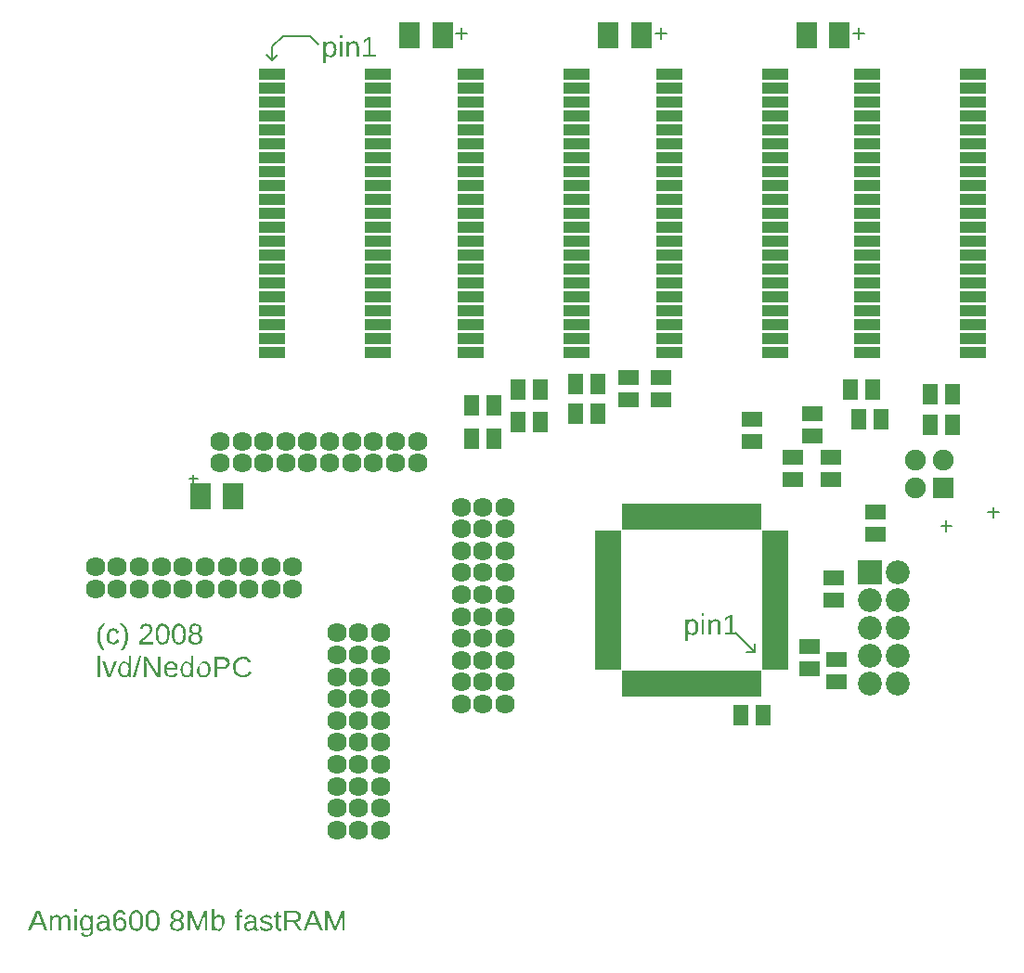
<source format=gts>
G04*
G04  File:            A600_8MB_2008.GTS, Sun Feb 10 20:54:04 2019*
G04  Source:          P-CAD 2006 PCB, Version 19.02.958, (Z:\home\lvd\d\boards\boards\a600_8mb_2008\release\pcad2006\a600_8mb_2008.pcb)*
G04  Format:          Gerber Format (RS-274-D), ASCII*
G04*
G04  Format Options:  Absolute Positioning*
G04                   Leading-Zero Suppression*
G04                   Scale Factor 1:1*
G04                   NO Circular Interpolation*
G04                   Millimeter Units*
G04                   Numeric Format: 4.4 (XXXX.XXXX)*
G04                   G54 NOT Used for Aperture Change*
G04                   Apertures Embedded*
G04*
G04  File Options:    Offset = (0.000mm,0.000mm)*
G04                   Drill Symbol Size = 2.032mm*
G04                   No Pad/Via Holes*
G04*
G04  File Contents:   Pads*
G04                   No Vias*
G04                   No Designators*
G04                   No Types*
G04                   No Values*
G04                   No Drill Symbols*
G04                   Top Mask*
G04*
%INA600_8MB_2008.GTS*%
%ICAS*%
%MOMM*%
G04*
G04  Aperture MACROs for general use --- invoked via D-code assignment *
G04*
G04  General MACRO for flashed round with rotation and/or offset hole *
%AMROTOFFROUND*
1,1,$1,0.0000,0.0000*
1,0,$2,$3,$4*%
G04*
G04  General MACRO for flashed oval (obround) with rotation and/or offset hole *
%AMROTOFFOVAL*
21,1,$1,$2,0.0000,0.0000,$3*
1,1,$4,$5,$6*
1,1,$4,0-$5,0-$6*
1,0,$7,$8,$9*%
G04*
G04  General MACRO for flashed oval (obround) with rotation and no hole *
%AMROTOVALNOHOLE*
21,1,$1,$2,0.0000,0.0000,$3*
1,1,$4,$5,$6*
1,1,$4,0-$5,0-$6*%
G04*
G04  General MACRO for flashed rectangle with rotation and/or offset hole *
%AMROTOFFRECT*
21,1,$1,$2,0.0000,0.0000,$3*
1,0,$4,$5,$6*%
G04*
G04  General MACRO for flashed rectangle with rotation and no hole *
%AMROTRECTNOHOLE*
21,1,$1,$2,0.0000,0.0000,$3*%
G04*
G04  General MACRO for flashed rounded-rectangle *
%AMROUNDRECT*
21,1,$1,$2-$4,0.0000,0.0000,$3*
21,1,$1-$4,$2,0.0000,0.0000,$3*
1,1,$4,$5,$6*
1,1,$4,$7,$8*
1,1,$4,0-$5,0-$6*
1,1,$4,0-$7,0-$8*
1,0,$9,$10,$11*%
G04*
G04  General MACRO for flashed rounded-rectangle with rotation and no hole *
%AMROUNDRECTNOHOLE*
21,1,$1,$2-$4,0.0000,0.0000,$3*
21,1,$1-$4,$2,0.0000,0.0000,$3*
1,1,$4,$5,$6*
1,1,$4,$7,$8*
1,1,$4,0-$5,0-$6*
1,1,$4,0-$7,0-$8*%
G04*
G04  General MACRO for flashed regular polygon *
%AMREGPOLY*
5,1,$1,0.0000,0.0000,$2,$3+$4*
1,0,$5,$6,$7*%
G04*
G04  General MACRO for flashed regular polygon with no hole *
%AMREGPOLYNOHOLE*
5,1,$1,0.0000,0.0000,$2,$3+$4*%
G04*
G04  General MACRO for target *
%AMTARGET*
6,0,0,$1,$2,$3,4,$4,$5,$6*%
G04*
G04  General MACRO for mounting hole *
%AMMTHOLE*
1,1,$1,0,0*
1,0,$2,0,0*
$1=$1-$2*
$1=$1/2*
21,1,$2+$1,$3,0,0,$4*
21,1,$3,$2+$1,0,0,$4*%
G04*
G04*
G04  D10 : "Ellipse X0.254mm Y0.254mm H0.000mm 0.0deg (0.000mm,0.000mm) Draw"*
G04  Disc: OuterDia=0.2540*
%ADD10C, 0.2540*%
G04  D11 : "Ellipse X2.540mm Y2.540mm H0.000mm 0.0deg (0.000mm,0.000mm) Draw"*
G04  Disc: OuterDia=2.5400*
%ADD11C, 2.5400*%
G04  D12 : "Ellipse X0.305mm Y0.305mm H0.000mm 0.0deg (0.000mm,0.000mm) Draw"*
G04  Disc: OuterDia=0.3048*
%ADD12C, 0.3048*%
G04  D13 : "Ellipse X0.500mm Y0.500mm H0.000mm 0.0deg (0.000mm,0.000mm) Draw"*
G04  Disc: OuterDia=0.5000*
%ADD13C, 0.5000*%
G04  D14 : "Ellipse X0.508mm Y0.508mm H0.000mm 0.0deg (0.000mm,0.000mm) Draw"*
G04  Disc: OuterDia=0.5080*
%ADD14C, 0.5080*%
G04  D15 : "Ellipse X0.600mm Y0.600mm H0.000mm 0.0deg (0.000mm,0.000mm) Draw"*
G04  Disc: OuterDia=0.6000*
%ADD15C, 0.6000*%
G04  D16 : "Ellipse X0.635mm Y0.635mm H0.000mm 0.0deg (0.000mm,0.000mm) Draw"*
G04  Disc: OuterDia=0.6350*
%ADD16C, 0.6350*%
G04  D17 : "Ellipse X0.650mm Y0.650mm H0.000mm 0.0deg (0.000mm,0.000mm) Draw"*
G04  Disc: OuterDia=0.6500*
%ADD17C, 0.6500*%
G04  D18 : "Ellipse X0.100mm Y0.100mm H0.000mm 0.0deg (0.000mm,0.000mm) Draw"*
G04  Disc: OuterDia=0.1000*
%ADD18C, 0.1000*%
G04  D19 : "Ellipse X1.000mm Y1.000mm H0.000mm 0.0deg (0.000mm,0.000mm) Draw"*
G04  Disc: OuterDia=1.0000*
%ADD19C, 1.0000*%
G04  D20 : "Ellipse X0.102mm Y0.102mm H0.000mm 0.0deg (0.000mm,0.000mm) Draw"*
G04  Disc: OuterDia=0.1016*
%ADD20C, 0.1016*%
G04  D21 : "Ellipse X0.127mm Y0.127mm H0.000mm 0.0deg (0.000mm,0.000mm) Draw"*
G04  Disc: OuterDia=0.1270*
%ADD21C, 0.1270*%
G04  D22 : "Ellipse X0.150mm Y0.150mm H0.000mm 0.0deg (0.000mm,0.000mm) Draw"*
G04  Disc: OuterDia=0.1500*
%ADD22C, 0.1500*%
G04  D23 : "Ellipse X1.270mm Y1.270mm H0.000mm 0.0deg (0.000mm,0.000mm) Draw"*
G04  Disc: OuterDia=1.2700*
%ADD23C, 1.2700*%
G04  D24 : "Ellipse X1.500mm Y1.500mm H0.000mm 0.0deg (0.000mm,0.000mm) Draw"*
G04  Disc: OuterDia=1.5000*
%ADD24C, 1.5000*%
G04  D25 : "Ellipse X0.200mm Y0.200mm H0.000mm 0.0deg (0.000mm,0.000mm) Draw"*
G04  Disc: OuterDia=0.2000*
%ADD25C, 0.2000*%
G04  D26 : "Ellipse X0.250mm Y0.250mm H0.000mm 0.0deg (0.000mm,0.000mm) Draw"*
G04  Disc: OuterDia=0.2500*
%ADD26C, 0.2500*%
G04  D27 : "Ellipse X0.250mm Y0.250mm H0.000mm 0.0deg (0.000mm,0.000mm) Draw"*
G04  Disc: OuterDia=0.2500*
%ADD27C, 0.2500*%
G04  D28 : "Ellipse X2.300mm Y2.300mm H0.000mm 0.0deg (0.000mm,0.000mm) Draw"*
G04  Disc: OuterDia=2.3000*
%ADD28C, 2.3000*%
G04  D29 : "Ellipse X1.400mm Y1.400mm H0.000mm 0.0deg (0.000mm,0.000mm) Flash"*
G04  Disc: OuterDia=1.4000*
%ADD29C, 1.4000*%
G04  D30 : "Ellipse X1.524mm Y1.524mm H0.000mm 0.0deg (0.000mm,0.000mm) Flash"*
G04  Disc: OuterDia=1.5240*
%ADD30C, 1.5240*%
G04  D31 : "Ellipse X1.781mm Y1.781mm H0.000mm 0.0deg (0.000mm,0.000mm) Flash"*
G04  Disc: OuterDia=1.7810*
%ADD31C, 1.7810*%
G04  D32 : "Ellipse X1.800mm Y1.800mm H0.000mm 0.0deg (0.000mm,0.000mm) Flash"*
G04  Disc: OuterDia=1.8000*
%ADD32C, 1.8000*%
G04  D33 : "Ellipse X1.905mm Y1.905mm H0.000mm 0.0deg (0.000mm,0.000mm) Flash"*
G04  Disc: OuterDia=1.9050*
%ADD33C, 1.9050*%
G04  D34 : "Ellipse X2.181mm Y2.181mm H0.000mm 0.0deg (0.000mm,0.000mm) Flash"*
G04  Disc: OuterDia=2.1810*
%ADD34C, 2.1810*%
G04  D35 : "Rectangle X2.581mm Y1.031mm H0.000mm 0.0deg (0.000mm,0.000mm) Flash"*
G04  Rectangular: DimX=2.5810, DimY=1.0310, Rotation=0.0, OffsetX=0.0000, OffsetY=0.0000, HoleDia=0.0000 *
%ADD35R, 2.5810 X1.0310*%
G04  D36 : "Rectangle X1.031mm Y2.581mm H0.000mm 0.0deg (0.000mm,0.000mm) Flash"*
G04  Rectangular: DimX=1.0310, DimY=2.5810, Rotation=0.0, OffsetX=0.0000, OffsetY=0.0000, HoleDia=0.0000 *
%ADD36R, 1.0310 X2.5810*%
G04  D37 : "Rectangle X3.800mm Y2.000mm H0.000mm 0.0deg (0.000mm,0.000mm) Flash"*
G04  Rectangular: DimX=3.8000, DimY=2.0000, Rotation=0.0, OffsetX=0.0000, OffsetY=0.0000, HoleDia=0.0000 *
%ADD37R, 3.8000 X2.0000*%
G04  D38 : "Rectangle X4.181mm Y2.381mm H0.000mm 0.0deg (0.000mm,0.000mm) Flash"*
G04  Rectangular: DimX=4.1810, DimY=2.3810, Rotation=0.0, OffsetX=0.0000, OffsetY=0.0000, HoleDia=0.0000 *
%ADD38R, 4.1810 X2.3810*%
G04  D39 : "Rectangle X1.016mm Y1.524mm H0.000mm 0.0deg (0.000mm,0.000mm) Flash"*
G04  Rectangular: DimX=1.0160, DimY=1.5240, Rotation=0.0, OffsetX=0.0000, OffsetY=0.0000, HoleDia=0.0000 *
%ADD39R, 1.0160 X1.5240*%
G04  D40 : "Rectangle X1.524mm Y1.016mm H0.000mm 0.0deg (0.000mm,0.000mm) Flash"*
G04  Rectangular: DimX=1.5240, DimY=1.0160, Rotation=0.0, OffsetX=0.0000, OffsetY=0.0000, HoleDia=0.0000 *
%ADD40R, 1.5240 X1.0160*%
G04  D41 : "Rectangle X1.397mm Y1.905mm H0.000mm 0.0deg (0.000mm,0.000mm) Flash"*
G04  Rectangular: DimX=1.3970, DimY=1.9050, Rotation=0.0, OffsetX=0.0000, OffsetY=0.0000, HoleDia=0.0000 *
%ADD41R, 1.3970 X1.9050*%
G04  D42 : "Rectangle X1.905mm Y1.397mm H0.000mm 0.0deg (0.000mm,0.000mm) Flash"*
G04  Rectangular: DimX=1.9050, DimY=1.3970, Rotation=0.0, OffsetX=0.0000, OffsetY=0.0000, HoleDia=0.0000 *
%ADD42R, 1.9050 X1.3970*%
G04  D43 : "Rectangle X1.500mm Y2.000mm H0.000mm 0.0deg (0.000mm,0.000mm) Flash"*
G04  Rectangular: DimX=1.5000, DimY=2.0000, Rotation=0.0, OffsetX=0.0000, OffsetY=0.0000, HoleDia=0.0000 *
%ADD43R, 1.5000 X2.0000*%
G04  D44 : "Rectangle X2.000mm Y1.500mm H0.000mm 0.0deg (0.000mm,0.000mm) Flash"*
G04  Rectangular: DimX=2.0000, DimY=1.5000, Rotation=0.0, OffsetX=0.0000, OffsetY=0.0000, HoleDia=0.0000 *
%ADD44R, 2.0000 X1.5000*%
G04  D45 : "Rectangle X1.524mm Y1.524mm H0.000mm 0.0deg (0.000mm,0.000mm) Flash"*
G04  Square: Side=1.5240, Rotation=0.0, OffsetX=0.0000, OffsetY=0.0000, HoleDia=0.0000*
%ADD45R, 1.5240 X1.5240*%
G04  D46 : "Rectangle X1.800mm Y1.800mm H0.000mm 0.0deg (0.000mm,0.000mm) Flash"*
G04  Square: Side=1.8000, Rotation=0.0, OffsetX=0.0000, OffsetY=0.0000, HoleDia=0.0000*
%ADD46R, 1.8000 X1.8000*%
G04  D47 : "Rectangle X1.881mm Y2.381mm H0.000mm 0.0deg (0.000mm,0.000mm) Flash"*
G04  Rectangular: DimX=1.8810, DimY=2.3810, Rotation=0.0, OffsetX=0.0000, OffsetY=0.0000, HoleDia=0.0000 *
%ADD47R, 1.8810 X2.3810*%
G04  D48 : "Rectangle X2.381mm Y1.881mm H0.000mm 0.0deg (0.000mm,0.000mm) Flash"*
G04  Rectangular: DimX=2.3810, DimY=1.8810, Rotation=0.0, OffsetX=0.0000, OffsetY=0.0000, HoleDia=0.0000 *
%ADD48R, 2.3810 X1.8810*%
G04  D49 : "Rectangle X1.905mm Y1.905mm H0.000mm 0.0deg (0.000mm,0.000mm) Flash"*
G04  Square: Side=1.9050, Rotation=0.0, OffsetX=0.0000, OffsetY=0.0000, HoleDia=0.0000*
%ADD49R, 1.9050 X1.9050*%
G04  D50 : "Rectangle X2.000mm Y0.300mm H0.000mm 0.0deg (0.000mm,0.000mm) Flash"*
G04  Rectangular: DimX=2.0000, DimY=0.3000, Rotation=0.0, OffsetX=0.0000, OffsetY=0.0000, HoleDia=0.0000 *
%ADD50R, 2.0000 X0.3000*%
G04  D51 : "Rectangle X0.300mm Y2.000mm H0.000mm 0.0deg (0.000mm,0.000mm) Flash"*
G04  Rectangular: DimX=0.3000, DimY=2.0000, Rotation=0.0, OffsetX=0.0000, OffsetY=0.0000, HoleDia=0.0000 *
%ADD51R, 0.3000 X2.0000*%
G04  D52 : "Rectangle X2.032mm Y0.660mm H0.000mm 0.0deg (0.000mm,0.000mm) Flash"*
G04  Rectangular: DimX=2.0320, DimY=0.6604, Rotation=0.0, OffsetX=0.0000, OffsetY=0.0000, HoleDia=0.0000 *
%ADD52R, 2.0320 X0.6604*%
G04  D53 : "Rectangle X2.181mm Y2.181mm H0.000mm 0.0deg (0.000mm,0.000mm) Flash"*
G04  Square: Side=2.1810, Rotation=0.0, OffsetX=0.0000, OffsetY=0.0000, HoleDia=0.0000*
%ADD53R, 2.1810 X2.1810*%
G04  D54 : "Rectangle X2.200mm Y0.650mm H0.000mm 0.0deg (0.000mm,0.000mm) Flash"*
G04  Rectangular: DimX=2.2000, DimY=0.6500, Rotation=0.0, OffsetX=0.0000, OffsetY=0.0000, HoleDia=0.0000 *
%ADD54R, 2.2000 X0.6500*%
G04  D55 : "Rectangle X0.650mm Y2.200mm H0.000mm 0.0deg (0.000mm,0.000mm) Flash"*
G04  Rectangular: DimX=0.6500, DimY=2.2000, Rotation=0.0, OffsetX=0.0000, OffsetY=0.0000, HoleDia=0.0000 *
%ADD55R, 0.6500 X2.2000*%
G04  D56 : "Rectangle X2.381mm Y0.681mm H0.000mm 0.0deg (0.000mm,0.000mm) Flash"*
G04  Rectangular: DimX=2.3810, DimY=0.6810, Rotation=0.0, OffsetX=0.0000, OffsetY=0.0000, HoleDia=0.0000 *
%ADD56R, 2.3810 X0.6810*%
G04  D57 : "Rectangle X0.681mm Y2.381mm H0.000mm 0.0deg (0.000mm,0.000mm) Flash"*
G04  Rectangular: DimX=0.6810, DimY=2.3810, Rotation=0.0, OffsetX=0.0000, OffsetY=0.0000, HoleDia=0.0000 *
%ADD57R, 0.6810 X2.3810*%
G04  D58 : "Rectangle X2.413mm Y1.041mm H0.000mm 0.0deg (0.000mm,0.000mm) Flash"*
G04  Rectangular: DimX=2.4130, DimY=1.0414, Rotation=0.0, OffsetX=0.0000, OffsetY=0.0000, HoleDia=0.0000 *
%ADD58R, 2.4130 X1.0414*%
G04  D59 : "Ellipse X1.000mm Y1.000mm H0.000mm 0.0deg (0.000mm,0.000mm) Flash"*
G04  Disc: OuterDia=1.0000*
%ADD59C, 1.0000*%
G04  D60 : "Ellipse X1.381mm Y1.381mm H0.000mm 0.0deg (0.000mm,0.000mm) Flash"*
G04  Disc: OuterDia=1.3810*
%ADD60C, 1.3810*%
G04*
%FSLAX44Y44*%
%SFA1B1*%
%OFA0.000B0.000*%
G04*
G71*
G90*
G01*
D2*
%LNTop Mask*%
D25*
X645750Y799250*
Y791750D1*
X642000Y795500D2*
X649500D1*
X717500Y1177500D2*
X712500Y1182500D1*
X717500Y1177500D2*
X722500Y1182500D1*
X717500Y1190000D2*
Y1177500D1*
X727500Y1200000D2*
X717500Y1190000D1*
X752500Y1200000D2*
X727500D1*
X760000Y1192500D2*
X752500Y1200000D1*
X890000Y1207500D2*
Y1197500D1*
X885000Y1202500D2*
X895000D1*
X1072500Y1207500D2*
Y1197500D1*
X1157500Y637500D2*
Y645000D1*
Y637500D2*
X1150000D1*
X1252500Y1207500D2*
Y1197500D1*
X1247500Y1202500D2*
X1257500D1*
X1332500Y757500D2*
Y747500D1*
X1327500Y752500D2*
X1337500D1*
X1375000Y770000D2*
Y760000D1*
D2*
D10*
D25*
X1140000Y655000*
X1157500Y637500D1*
X1067500Y1202500D2*
X1077500D1*
X1370000Y765000D2*
X1380000D1*
D2*
D10*
D41*
X962500Y877500D3*
X942180D3*
D42*
X1042500Y867500D3*
Y887820D3*
X1192500Y795000D3*
Y815320D3*
D41*
X1245000Y877500D3*
X1265320D3*
X1317500Y872500D3*
X1337820D3*
X962500Y847500D3*
X942180D3*
X1252500Y850000D3*
X1272820D3*
D42*
X1267500Y765000D3*
Y744680D3*
D41*
X1317500Y845000D3*
X1337820D3*
D31*
X796500Y655000D3*
Y635000D3*
Y615000D3*
Y575000D3*
Y555000D3*
Y535000D3*
Y495000D3*
Y475000D3*
Y595000D3*
Y515000D3*
X776500Y655000D3*
Y635000D3*
Y615000D3*
Y575000D3*
Y555000D3*
Y535000D3*
Y495000D3*
Y475000D3*
Y595000D3*
Y515000D3*
X816500Y655000D3*
Y635000D3*
Y615000D3*
Y575000D3*
Y555000D3*
Y535000D3*
Y495000D3*
Y475000D3*
Y595000D3*
Y515000D3*
X890000Y770000D3*
Y750000D3*
Y730000D3*
Y690000D3*
Y670000D3*
Y650000D3*
Y610000D3*
Y590000D3*
Y710000D3*
Y630000D3*
X930000Y770000D3*
Y750000D3*
Y730000D3*
Y690000D3*
Y670000D3*
Y650000D3*
Y610000D3*
Y590000D3*
Y710000D3*
Y630000D3*
X670000Y810000D3*
X690000D3*
X710000D3*
X750000D3*
X770000D3*
X790000D3*
X830000D3*
X850000D3*
X730000D3*
X810000D3*
D41*
X920000Y862500D3*
X899680D3*
D47*
X873125Y1200150D3*
X843125D3*
D41*
X1145000Y580000D3*
X1165320D3*
D42*
X1207500Y642500D3*
Y622180D3*
X1227500Y795000D3*
Y815320D3*
D41*
X1015000Y882500D3*
X994680D3*
D42*
X1072500Y867500D3*
Y887820D3*
D47*
X1054100Y1200150D3*
X1024100D3*
X1235075D3*
X1205075D3*
D31*
X670000Y830000D3*
X690000D3*
X710000D3*
X750000D3*
X770000D3*
X790000D3*
X830000D3*
X850000D3*
X730000D3*
X810000D3*
D41*
X920000Y832500D3*
X899680D3*
D42*
X1232500Y610000D3*
Y630320D3*
D41*
X1015000Y855000D3*
X994680D3*
D42*
X1155000Y830000D3*
Y850320D3*
X1210000Y835000D3*
Y855320D3*
X1230000Y705000D3*
Y684680D3*
D49*
X1330000Y787500D3*
D33*
X1304600D3*
Y812900D3*
X1330000D3*
D58*
X717550Y923925D3*
Y911225D3*
Y1000125D3*
Y987425D3*
Y974725D3*
Y962025D3*
Y949325D3*
Y1025525D3*
Y1038225D3*
Y1050925D3*
Y1063625D3*
Y1076325D3*
Y1127125D3*
Y1139825D3*
Y1152525D3*
Y1101725D3*
Y1114425D3*
X814070Y923925D3*
Y911225D3*
Y949325D3*
Y962025D3*
Y974725D3*
Y987425D3*
Y1000125D3*
Y1025525D3*
Y1038225D3*
Y1050925D3*
Y1063625D3*
Y1076325D3*
Y1101725D3*
Y1114425D3*
Y1127125D3*
Y1139825D3*
Y1152525D3*
X717550Y1089025D3*
Y1012825D3*
Y936625D3*
Y1165225D3*
X814070Y936625D3*
Y1012825D3*
Y1089025D3*
Y1165225D3*
D31*
X910000Y770000D3*
Y750000D3*
Y730000D3*
Y690000D3*
Y670000D3*
Y650000D3*
Y610000D3*
Y590000D3*
Y710000D3*
Y630000D3*
D58*
X1079500Y923925D3*
Y911225D3*
Y1000125D3*
Y987425D3*
Y974725D3*
Y962025D3*
Y949325D3*
Y1025525D3*
Y1038225D3*
Y1050925D3*
Y1063625D3*
Y1076325D3*
Y1127125D3*
Y1139825D3*
Y1152525D3*
Y1101725D3*
Y1114425D3*
X1176020Y923925D3*
Y911225D3*
Y949325D3*
Y962025D3*
Y974725D3*
Y987425D3*
Y1000125D3*
Y1025525D3*
Y1038225D3*
Y1050925D3*
Y1063625D3*
Y1076325D3*
Y1101725D3*
Y1114425D3*
Y1127125D3*
Y1139825D3*
Y1152525D3*
X1079500Y1089025D3*
Y1012825D3*
Y936625D3*
Y1165225D3*
X1176020Y936625D3*
Y1012825D3*
Y1089025D3*
Y1165225D3*
D31*
X556500Y715000D3*
X576500D3*
X596500D3*
X636500D3*
X656500D3*
X676500D3*
X716500D3*
X736500D3*
X616500D3*
X696500D3*
D47*
X652000Y780000D3*
X682000D3*
D31*
X556500Y695000D3*
X576500D3*
X596500D3*
X636500D3*
X656500D3*
X676500D3*
X716500D3*
X736500D3*
X616500D3*
X696500D3*
D58*
X898525Y923925D3*
Y911225D3*
Y1000125D3*
Y987425D3*
Y974725D3*
Y962025D3*
Y949325D3*
Y1025525D3*
Y1038225D3*
Y1050925D3*
Y1063625D3*
Y1076325D3*
Y1127125D3*
Y1139825D3*
Y1152525D3*
Y1101725D3*
Y1114425D3*
X995045Y923925D3*
Y911225D3*
Y949325D3*
Y962025D3*
Y974725D3*
Y987425D3*
Y1000125D3*
Y1025525D3*
Y1038225D3*
Y1050925D3*
Y1063625D3*
Y1076325D3*
Y1101725D3*
Y1114425D3*
Y1127125D3*
Y1139825D3*
Y1152525D3*
X898525Y1089025D3*
Y1012825D3*
Y936625D3*
Y1165225D3*
X995045Y936625D3*
Y1012825D3*
Y1089025D3*
Y1165225D3*
X1260475Y923925D3*
Y911225D3*
Y1000125D3*
Y987425D3*
Y974725D3*
Y962025D3*
Y949325D3*
Y1025525D3*
Y1038225D3*
Y1050925D3*
Y1063625D3*
Y1076325D3*
Y1127125D3*
Y1139825D3*
Y1152525D3*
Y1101725D3*
Y1114425D3*
X1356995Y923925D3*
Y911225D3*
Y949325D3*
Y962025D3*
Y974725D3*
Y987425D3*
Y1000125D3*
Y1025525D3*
Y1038225D3*
Y1050925D3*
Y1063625D3*
Y1076325D3*
Y1101725D3*
Y1114425D3*
Y1127125D3*
Y1139825D3*
Y1152525D3*
X1260475Y1089025D3*
Y1012825D3*
Y936625D3*
Y1165225D3*
X1356995Y936625D3*
Y1012825D3*
Y1089025D3*
Y1165225D3*
D53*
X1262500Y710000D3*
D34*
X1287900D3*
Y684600D3*
X1262500D3*
X1287900Y659200D3*
X1262500D3*
X1287900Y633800D3*
X1262500D3*
Y608400D3*
X1287900D3*
D56*
X1176250Y625000D3*
Y630000D3*
Y635000D3*
Y640000D3*
Y645000D3*
Y650000D3*
Y654999D3*
Y659999D3*
Y664999D3*
Y669999D3*
Y674999D3*
Y679999D3*
Y684999D3*
Y689999D3*
Y695000D3*
Y700000D3*
Y705000D3*
Y710000D3*
Y715000D3*
Y720000D3*
Y725000D3*
Y730000D3*
Y735000D3*
Y740000D3*
Y745000D3*
D57*
X1160250Y761000D3*
X1155250D3*
X1150250D3*
X1145250D3*
X1140250D3*
X1135250D3*
X1130250D3*
X1125250D3*
X1120250D3*
X1115250D3*
X1110250D3*
X1105249D3*
X1100249D3*
X1095249D3*
X1090249D3*
X1085249D3*
X1080249D3*
X1075249D3*
X1070250D3*
X1065250D3*
X1060250D3*
X1055250D3*
X1050250D3*
X1045250D3*
X1040250D3*
D56*
X1024250Y745000D3*
Y740000D3*
Y735000D3*
Y730000D3*
Y725000D3*
Y720000D3*
Y715000D3*
Y710000D3*
Y705000D3*
Y700000D3*
Y695000D3*
Y689999D3*
Y684999D3*
Y679999D3*
Y674999D3*
Y669999D3*
Y664999D3*
Y659999D3*
Y654999D3*
Y650000D3*
Y645000D3*
Y640000D3*
Y635000D3*
Y630000D3*
Y625000D3*
D57*
X1040250Y609000D3*
X1045250D3*
X1050250D3*
X1055250D3*
X1060250D3*
X1065250D3*
X1070250D3*
X1075249D3*
X1080249D3*
X1085249D3*
X1090249D3*
X1095249D3*
X1100249D3*
X1105249D3*
X1110250D3*
X1115250D3*
X1120250D3*
X1125250D3*
X1130250D3*
X1135250D3*
X1140250D3*
X1145250D3*
X1150250D3*
X1155250D3*
X1160250D3*
%LNTop Mask_POS_GLYPHS*%
%LPD*%
G36*
X776326Y1187844*
X776193Y1185954D1*
X776059Y1184867*
X775549Y1183345*
X775172Y1182510*
X774209Y1181498*
X773556Y1180979*
X772068Y1180569*
X771077Y1180432*
X769358Y1180718*
X768404Y1181003*
X767244Y1182088*
X766655Y1182887*
X766582*
X766600Y1182765*
X766606Y1182656*
X766612Y1182343*
X766618Y1182133*
X766634Y1181702*
X766643Y1181429*
X766652Y1180967*
X766655Y1180700*
Y1175135*
X764298*
Y1191975*
X764292Y1192594*
X764286Y1192959*
X764270Y1193509*
X764261Y1193822*
X764246Y1194253*
X764237Y1194490*
X764216Y1194760*
X764201Y1194891*
X766485*
X766509Y1194733*
X766521Y1194599*
X766542Y1194253*
X766558Y1194028*
X766582Y1193588*
X766594Y1193311*
X766603Y1192850*
X766606Y1192582*
X766679*
X767129Y1193336*
X767420Y1193749*
X768007Y1194265*
X768380Y1194538*
X769115Y1194839*
X769583Y1194988*
X770497Y1195097*
X771077Y1195134*
X772687Y1194866*
X773556Y1194599*
X774613Y1193724*
X775172Y1193117*
X775770Y1191732*
X776059Y1190820*
X776259Y1188995*
X776326Y1187844*
G37*
G36*
X779242Y1197904D2*
Y1200164D1*
X781599*
Y1197904*
X779242*
G37*
G36*
Y1180700D2*
Y1194891D1*
X781599*
Y1180700*
X779242*
G37*
G36*
X794260D2*
Y1189691D1*
X794181Y1190820*
X794102Y1191428*
X793813Y1192160*
X793604Y1192546*
X793069Y1192956*
X792704Y1193153*
X791872Y1193290*
X791319Y1193336*
X790347Y1193184*
X789801Y1193032*
X789056Y1192525*
X788646Y1192169*
X788154Y1191343*
X787905Y1190796*
X787714Y1189651*
X787650Y1188913*
Y1180700*
X785293*
Y1191853*
X785287Y1192430*
X785281Y1192789*
X785266Y1193381*
X785256Y1193724*
X785241Y1194210*
X785232Y1194478*
X785211Y1194763*
X785196Y1194891*
X787431*
X787444Y1194690*
X787456Y1194526*
X787480Y1194119*
X787492Y1193858*
X787507Y1193387*
X787516Y1193105*
X787526Y1192689*
X787529Y1192461*
X787577*
X788033Y1193165*
X788318Y1193566*
X788892Y1194116*
X789266Y1194417*
X790022Y1194778*
X790505Y1194964*
X791486Y1195109*
X792121Y1195158*
X793440Y1195012*
X794162Y1194866*
X795074Y1194344*
X795560Y1193967*
X796103Y1193038*
X796374Y1192412*
X796574Y1191045*
X796641Y1190152*
Y1180700*
X794260*
G37*
G36*
X800408D2*
Y1182716D1*
X805122*
Y1196908*
X800942Y1193943*
Y1196154*
X805316Y1199168*
X807503*
Y1182716*
X811999*
Y1180700*
X800408*
G37*
G36*
X1106326Y660344D2*
X1106193Y658454D1*
X1106059Y657367*
X1105549Y655845*
X1105172Y655010*
X1104209Y653998*
X1103556Y653479*
X1102068Y653069*
X1101077Y652932*
X1099358Y653218*
X1098404Y653503*
X1097244Y654588*
X1096655Y655387*
X1096582*
X1096600Y655265*
X1096606Y655156*
X1096612Y654843*
X1096618Y654633*
X1096634Y654202*
X1096643Y653929*
X1096652Y653467*
X1096655Y653200*
Y647635*
X1094298*
Y664475*
X1094292Y665094*
X1094286Y665459*
X1094270Y666009*
X1094261Y666322*
X1094246Y666753*
X1094237Y666990*
X1094216Y667260*
X1094201Y667391*
X1096485*
X1096509Y667233*
X1096521Y667099*
X1096542Y666753*
X1096558Y666528*
X1096582Y666088*
X1096594Y665811*
X1096603Y665350*
X1096606Y665082*
X1096679*
X1097129Y665836*
X1097420Y666249*
X1098007Y666765*
X1098380Y667038*
X1099115Y667339*
X1099583Y667488*
X1100497Y667597*
X1101077Y667634*
X1102687Y667366*
X1103556Y667099*
X1104613Y666224*
X1105172Y665617*
X1105770Y664232*
X1106059Y663320*
X1106259Y661495*
X1106326Y660344*
G37*
G36*
X1109242Y670404D2*
Y672664D1*
X1111599*
Y670404*
X1109242*
G37*
G36*
Y653200D2*
Y667391D1*
X1111599*
Y653200*
X1109242*
G37*
G36*
X1124260D2*
Y662191D1*
X1124181Y663320*
X1124102Y663928*
X1123813Y664660*
X1123604Y665046*
X1123069Y665456*
X1122704Y665653*
X1121872Y665790*
X1121319Y665836*
X1120347Y665684*
X1119801Y665532*
X1119056Y665025*
X1118646Y664669*
X1118154Y663843*
X1117905Y663296*
X1117714Y662151*
X1117650Y661413*
Y653200*
X1115293*
Y664353*
X1115287Y664930*
X1115281Y665289*
X1115266Y665881*
X1115256Y666224*
X1115241Y666710*
X1115232Y666978*
X1115211Y667263*
X1115196Y667391*
X1117431*
X1117444Y667190*
X1117456Y667026*
X1117480Y666619*
X1117492Y666358*
X1117507Y665887*
X1117516Y665605*
X1117526Y665189*
X1117529Y664961*
X1117577*
X1118033Y665665*
X1118318Y666066*
X1118892Y666616*
X1119266Y666917*
X1120022Y667278*
X1120505Y667464*
X1121486Y667609*
X1122121Y667658*
X1123440Y667512*
X1124162Y667366*
X1125074Y666844*
X1125560Y666467*
X1126103Y665538*
X1126374Y664912*
X1126574Y663545*
X1126641Y662652*
Y653200*
X1124260*
G37*
G36*
X1130408D2*
Y655216D1*
X1135122*
Y669408*
X1130942Y666443*
Y668654*
X1135316Y671668*
X1137503*
Y655216*
X1141999*
Y653200*
X1130408*
G37*
G36*
X510284Y383200D2*
X508170Y388618D1*
X499762*
X497624Y383200*
X495048*
X502581Y401668*
X505424*
X512860Y383200*
X510284*
G37*
G36*
X522993D2*
Y392191D1*
X522926Y393320*
X522859Y393928*
X522601Y394660*
X522410Y395046*
X521924Y395456*
X521596Y395653*
X520870Y395790*
X520393Y395836*
X519524Y395684*
X519032Y395532*
X518364Y395025*
X517999Y394669*
X517571Y393843*
X517356Y393296*
X517192Y392151*
X517137Y391413*
Y383200*
X514780*
Y394353*
X514774Y394930*
X514768Y395289*
X514752Y395881*
X514743Y396224*
X514728Y396710*
X514719Y396978*
X514698Y397263*
X514683Y397391*
X516918*
X516942Y397190*
X516955Y397026*
X516976Y396619*
X516991Y396358*
X517015Y395887*
X517027Y395605*
X517037Y395189*
X517040Y394961*
X517064*
X517483Y395665*
X517744Y396066*
X518267Y396616*
X518607Y396917*
X519297Y397278*
X519737Y397464*
X520636Y397609*
X521219Y397658*
X522890Y397336*
X523759Y397014*
X524643Y395826*
X525059Y394961*
X525107*
X525539Y395665*
X525812Y396066*
X526365Y396616*
X526723Y396917*
X527443Y397278*
X527902Y397464*
X528819Y397609*
X529408Y397658*
X530599Y397512*
X531255Y397366*
X532087Y396844*
X532531Y396467*
X533026Y395538*
X533272Y394912*
X533454Y393545*
X533515Y392652*
Y383200*
X531182*
Y392191*
X531115Y393320*
X531049Y393928*
X530790Y394660*
X530599Y395046*
X530113Y395456*
X529785Y395653*
X529059Y395790*
X528582Y395836*
X527713Y395690*
X527221Y395544*
X526553Y395052*
X526189Y394706*
X525760Y393882*
X525545Y393333*
X525381Y392166*
X525326Y391413*
Y383200*
X522993*
G37*
G36*
X537063Y400404D2*
Y402664D1*
X539420*
Y400404*
X537063*
G37*
G36*
Y383200D2*
Y397391D1*
X539420*
Y383200*
X537063*
G37*
G36*
X548411Y377635D2*
X547026Y377762D1*
X546248Y377890*
X545203Y378312*
X544632Y378607*
X543918Y379275*
X543539Y379712*
X543135Y380596*
X542943Y381158*
X545325Y381499*
X545896Y380484*
X546358Y379968*
X547624Y379567*
X548484Y379433*
X549413Y379548*
X549942Y379664*
X550665Y380080*
X551060Y380381*
X551533Y381140*
X551776Y381656*
X551968Y382808*
X552032Y383564*
Y385848*
X551983*
X551606Y385186*
X551351Y384803*
X550780Y384244*
X550404Y383929*
X549614Y383528*
X549103Y383321*
X548074Y383157*
X547415Y383102*
X545926Y383327*
X545106Y383552*
X544073Y384339*
X543527Y384901*
X542931Y386249*
X542640Y387148*
X542430Y389047*
X542360Y390271*
X542500Y392227*
X542640Y393333*
X543165Y394827*
X543551Y395641*
X544535Y396607*
X545203Y397099*
X546698Y397482*
X547682Y397609*
X549371Y397263*
X550306Y396917*
X551448Y395766*
X552032Y394961*
X552056*
X552062Y395404*
X552068Y395690*
X552089Y396176*
X552105Y396455*
X552135Y396853*
X552153Y397075*
X552184Y397300*
X552202Y397391*
X554462*
X554437Y397154*
X554425Y396978*
X554410Y396565*
X554401Y396297*
X554392Y395769*
X554389Y395435*
Y394824*
Y394450*
Y383613*
X553654Y380636*
X552919Y379141*
X550297Y378012*
X548411Y377635*
G37*
G36*
X561606Y382932D2*
X559467Y383491D1*
X558398Y384050*
X557596Y385873*
X557329Y387136*
X557590Y388643*
X557851Y389445*
X558675Y390374*
X559237Y390854*
X560430Y391334*
X561193Y391559*
X562584Y391717*
X563428Y391777*
X566636Y391850*
Y392604*
X566539Y393588*
X566442Y394122*
X566107Y394775*
X565870Y395119*
X565302Y395492*
X564923Y395678*
X564106Y395814*
X563574Y395860*
X562790Y395805*
X562347Y395750*
X561730Y395541*
X561387Y395386*
X560956Y394976*
X560731Y394693*
X560512Y394037*
X560415Y393600*
X557961Y393819*
X558234Y394791*
X558447Y395350*
X559060Y396133*
X559492Y396565*
X560506Y397093*
X561181Y397366*
X562654Y397585*
X563623Y397658*
X566308Y397044*
X567657Y396431*
X568677Y394344*
X569017Y392871*
Y386747*
X569151Y385702*
X569285Y385180*
X569874Y384788*
X570330Y384658*
X570573Y384670*
X570718Y384682*
X570961Y384712*
X571107Y384730*
Y383272*
X570542Y383187*
X570208Y383139*
X569637Y383093*
X569285Y383078*
X568537Y383163*
X568130Y383248*
X567623Y383558*
X567353Y383783*
X567046Y384317*
X566891Y384670*
X566760Y385414*
X566709Y385897*
X566636*
X566120Y385113*
X565798Y384670*
X565157Y384065*
X564741Y383734*
X563902Y383339*
X563368Y383139*
X562295Y382984*
X561606Y382932*
G37*
G36*
X584910Y389226D2*
X584715Y387604D1*
X584521Y386674*
X583846Y385387*
X583366Y384682*
X582234Y383831*
X581483Y383394*
X579916Y383048*
X578907Y382932*
X577097Y383236*
X576089Y383540*
X574776Y384579*
X574072Y385314*
X573276Y387033*
X572881Y388169*
X572589Y390505*
X572492Y391996*
X572717Y394785*
X572942Y396334*
X573704Y398354*
X574242Y399444*
X575493Y400699*
X576319Y401327*
X578017Y401801*
X579102Y401959*
X580226Y401856*
X580876Y401753*
X581836Y401379*
X582382Y401109*
X583148Y400422*
X583573Y399954*
X584114Y398894*
X584399Y398193*
X582139Y397780*
X581447Y398940*
X580949Y399505*
X579813Y399906*
X579078Y400039*
X577954Y399809*
X577316Y399578*
X576450Y398776*
X575979Y398205*
X575423Y396835*
X575141Y395921*
X574922Y393967*
X574849Y392701*
X575906Y393910*
X576648Y394523*
X578276Y394997*
X579321Y395155*
X580785Y394949*
X581617Y394742*
X582756Y394049*
X583379Y393563*
X584126Y392443*
X584509Y391705*
X584809Y390192*
X584910Y389226*
G37*
G36*
X599976Y392434D2*
X599720Y389524D1*
X599465Y387950*
X598645Y386027*
X598080Y385010*
X596835Y383925*
X596027Y383406*
X594475Y383051*
X593512Y382932*
X591908Y383169*
X590985Y383406*
X589678Y384320*
X588955Y384998*
X588066Y386747*
X587607Y387938*
X587242Y390641*
X587121Y392434*
X587364Y395447*
X587607Y397063*
X588403Y398979*
X588955Y399979*
X590198Y401014*
X591009Y401510*
X592594Y401847*
X593585Y401959*
X595152Y401734*
X596063Y401510*
X597369Y400632*
X598092Y399979*
X598994Y398250*
X599465Y397063*
X599848Y394289*
X599976Y392434*
G37*
G36*
X614920D2*
X614665Y389524D1*
X614410Y387950*
X613590Y386027*
X613025Y385010*
X611779Y383925*
X610971Y383406*
X609419Y383051*
X608456Y382932*
X606852Y383169*
X605929Y383406*
X604623Y384320*
X603900Y384998*
X603010Y386747*
X602551Y387938*
X602187Y390641*
X602065Y392434*
X602308Y395447*
X602551Y397063*
X603347Y398979*
X603900Y399979*
X605142Y401014*
X605953Y401510*
X607539Y401847*
X608529Y401959*
X610097Y401734*
X611008Y401510*
X612314Y400632*
X613037Y399979*
X613939Y398250*
X614410Y397063*
X614792Y394289*
X614920Y392434*
G37*
G36*
X637203Y388351D2*
X637015Y386960D1*
X636826Y386164*
X636161Y385058*
X635684Y384451*
X634509Y383713*
X633716Y383333*
X632000Y383032*
X630885Y382932*
X629075Y383133*
X628078Y383333*
X626800Y383992*
X626110Y384451*
X625336Y385487*
X624956Y386164*
X624683Y387495*
X624591Y388327*
X624743Y389469*
X624895Y390113*
X625384Y390991*
X625721Y391474*
X626441Y392078*
X626900Y392397*
X627744Y392722*
X628261Y392871*
Y392920*
X627386Y393254*
X626888Y393503*
X626217Y394098*
X625855Y394487*
X625442Y395261*
X625235Y395750*
X625080Y396659*
X625029Y397221*
X625211Y398375*
X625393Y399043*
X626037Y400009*
X626499Y400550*
X627596Y401230*
X628321Y401582*
X629849Y401865*
X630837Y401959*
X632519Y401765*
X633449Y401570*
X634643Y400957*
X635283Y400538*
X636012Y399623*
X636377Y399031*
X636650Y397898*
X636741Y397196*
X636632Y396267*
X636523Y395726*
X636152Y394921*
X635891Y394463*
X635271Y393834*
X634858Y393491*
X634005Y393117*
X633461Y392944*
Y392895*
X634403Y392616*
X634943Y392409*
X635703Y391869*
X636122Y391498*
X636641Y390675*
X636912Y390137*
X637130Y389047*
X637203Y388351*
G37*
G36*
X656279Y383200D2*
Y395520D1*
X656285Y396358*
X656291Y396868*
X656312Y397679*
X656327Y398144*
X656358Y398952*
X656376Y399432*
X656151Y398612*
X656011Y398120*
X655780Y397379*
X655635Y396917*
X655383Y396179*
X655234Y395763*
X650471Y383200*
X648697*
X643886Y395763*
X643770Y396042*
X643703Y396224*
X643591Y396571*
X643521Y396783*
X643400Y397160*
X643327Y397391*
X643217Y397773*
X643157Y397998*
X642877Y398891*
X642719Y399432*
X642731Y398521*
X642744Y397974*
X642774Y397184*
X642792Y396698*
X642810Y395942*
X642816Y395520*
Y383200*
X640581*
Y401668*
X643861*
X648770Y388861*
X648910Y388454*
X649001Y388181*
X649156Y387653*
X649244Y387331*
X649374Y386808*
X649450Y386504*
X649548Y386116*
X649596Y385921*
X649681Y386267*
X649742Y386516*
X649888Y387030*
X649985Y387343*
X650155Y387868*
X650252Y388181*
X650404Y388625*
X650495Y388861*
X655307Y401668*
X658539*
Y383200*
X656279*
G37*
G36*
X674552Y390344D2*
X671928Y384785D1*
X669303Y382932*
X667548Y383224*
X666606Y383515*
X665476Y384597*
X664881Y385387*
X664832*
X664826Y384949*
X664820Y384682*
X664799Y384251*
X664784Y384001*
X664759Y383655*
X664747Y383467*
X664726Y383279*
X664711Y383200*
X662427*
X662451Y383418*
X662463Y383588*
X662478Y384001*
X662487Y384269*
X662502Y384797*
X662512Y385131*
X662521Y385742*
X662524Y386116*
Y402664*
X664881*
Y397099*
X664875Y396625*
X664869Y396346*
X664847Y395939*
X664832Y395714*
X664820Y395331*
X664808Y395107*
X664881*
X665914Y396425*
X666618Y397063*
X668231Y397509*
X669303Y397658*
X671964Y396747*
X673276Y395836*
X674233Y392634*
X674552Y390344*
G37*
G36*
X687869Y395665D2*
Y383200D1*
X685512*
Y395665*
X683495*
Y397391*
X685512*
Y398970*
X685578Y399888*
X685645Y400416*
X685940Y401160*
X686168Y401570*
X686793Y402081*
X687225Y402348*
X688260Y402567*
X688962Y402640*
X689497Y402615*
X689825Y402591*
X690344Y402518*
X690639Y402469*
Y400671*
X690311Y400726*
X690104Y400756*
X689764Y400784*
X689570Y400793*
X689017Y400720*
X688719Y400647*
X688367Y400398*
X688185Y400222*
X688008Y399818*
X687929Y399553*
X687884Y399007*
X687869Y398654*
Y397391*
X690639*
Y395665*
X687869*
G37*
G36*
X696009Y382932D2*
X693871Y383491D1*
X692802Y384050*
X692000Y385873*
X691732Y387136*
X691994Y388643*
X692255Y389445*
X693078Y390374*
X693640Y390854*
X694834Y391334*
X695596Y391559*
X696987Y391717*
X697832Y391777*
X701039Y391850*
Y392604*
X700942Y393588*
X700845Y394122*
X700511Y394775*
X700274Y395119*
X699706Y395492*
X699326Y395678*
X698509Y395814*
X697977Y395860*
X697194Y395805*
X696750Y395750*
X696134Y395541*
X695790Y395386*
X695359Y394976*
X695134Y394693*
X694916Y394037*
X694818Y393600*
X692364Y393819*
X692638Y394791*
X692850Y395350*
X693464Y396133*
X693895Y396565*
X694910Y397093*
X695584Y397366*
X697057Y397585*
X698026Y397658*
X700711Y397044*
X702060Y396431*
X703080Y394344*
X703421Y392871*
Y386747*
X703554Y385702*
X703688Y385180*
X704277Y384788*
X704733Y384658*
X704976Y384670*
X705122Y384682*
X705365Y384712*
X705510Y384730*
Y383272*
X704945Y383187*
X704611Y383139*
X704040Y383093*
X703688Y383078*
X702941Y383163*
X702534Y383248*
X702026Y383558*
X701756Y383783*
X701449Y384317*
X701294Y384670*
X701164Y385414*
X701112Y385897*
X701039*
X700523Y385113*
X700201Y384670*
X699560Y384065*
X699144Y383734*
X698305Y383339*
X697771Y383139*
X696699Y382984*
X696009Y382932*
G37*
G36*
X718001Y387112D2*
X717806Y385970D1*
X717612Y385326*
X716950Y384472*
X716482Y384014*
X715391Y383482*
X714672Y383212*
X713189Y383002*
X712242Y382932*
X710814Y383023*
X710006Y383114*
X708888Y383464*
X708268Y383722*
X707457Y384387*
X707017Y384840*
X706525Y385857*
X706288Y386529*
X708378Y386942*
X709070Y385806*
X709617Y385253*
X711166Y384861*
X712242Y384730*
X713128Y384779*
X713639Y384828*
X714347Y385028*
X714732Y385180*
X715203Y385584*
X715449Y385860*
X715650Y386495*
X715716Y386917*
X715565Y387616*
X715413Y387987*
X714911Y388430*
X714562Y388667*
X713769Y388971*
X713250Y389141*
X712214Y389417*
X711561Y389590*
X710504Y389894*
X709872Y390089*
X708903Y390523*
X708354Y390818*
X707637Y391489*
X707260Y391935*
X706950Y392947*
X706847Y393624*
X707540Y395593*
X708232Y396589*
X710595Y397354*
X712266Y397609*
X714708Y397190*
X715984Y396771*
X717217Y395231*
X717758Y394110*
X715644Y393867*
X715394Y394457*
X715206Y394778*
X714744Y395176*
X714441Y395386*
X713824Y395614*
X713432Y395726*
X712709Y395808*
X712266Y395836*
X710668Y395586*
X709884Y395337*
X709319Y394478*
X709131Y393867*
X709271Y393242*
X709411Y392907*
X709869Y392497*
X710188Y392276*
X710920Y391987*
X711403Y391826*
X712366Y391583*
X712971Y391437*
X713687Y391243*
X714125Y391121*
X714851Y390878*
X715279Y390720*
X715941Y390395*
X716324Y390186*
X716877Y389745*
X717187Y389457*
X717578Y388846*
X717782Y388448*
X717946Y387634*
X718001Y387112*
G37*
G36*
X726238Y383272D2*
X725540Y383139D1*
X725121Y383066*
X724337Y383002*
X723833Y382981*
X721719Y384585*
X721014Y386188*
Y395665*
X719361*
Y397391*
X721087*
X721791Y400574*
X723371*
Y397391*
X725971*
Y395665*
X723371*
Y386699*
X723535Y385727*
X723699Y385265*
X724358Y384955*
X724853Y384852*
X725272Y384876*
X725521Y384901*
X725962Y384973*
X726238Y385022*
Y383272*
G37*
G36*
X741693Y383200D2*
X736882Y390878D1*
X731147*
Y383200*
X728644*
Y401668*
X737319*
X739111Y401485*
X740114Y401303*
X741438Y400689*
X742155Y400258*
X742993Y399256*
X743418Y398594*
X743747Y397236*
X743856Y396370*
X743722Y395289*
X743589Y394645*
X743115Y393655*
X742774Y393090*
X741939Y392306*
X741377Y391875*
X740144Y391383*
X739336Y391146*
X744585Y383200*
X741693*
G37*
G36*
X761109D2*
X758995Y388618D1*
X750587*
X748449Y383200*
X745873*
X753406Y401668*
X756249*
X763685Y383200*
X761109*
G37*
G36*
X781642D2*
Y395520D1*
X781648Y396358*
X781654Y396868*
X781676Y397679*
X781691Y398144*
X781721Y398952*
X781740Y399432*
X781515Y398612*
X781375Y398120*
X781144Y397379*
X780998Y396917*
X780746Y396179*
X780597Y395763*
X775835Y383200*
X774061*
X769249Y395763*
X769134Y396042*
X769067Y396224*
X768955Y396571*
X768885Y396783*
X768763Y397160*
X768690Y397391*
X768581Y397773*
X768520Y397998*
X768241Y398891*
X768083Y399432*
X768095Y398521*
X768107Y397974*
X768138Y397184*
X768156Y396698*
X768174Y395942*
X768180Y395520*
Y383200*
X765945*
Y401668*
X769225*
X774134Y388861*
X774273Y388454*
X774364Y388181*
X774519Y387653*
X774607Y387331*
X774738Y386808*
X774814Y386504*
X774911Y386116*
X774960Y385921*
X775045Y386267*
X775106Y386516*
X775251Y387030*
X775349Y387343*
X775519Y387868*
X775616Y388181*
X775768Y388625*
X775859Y388861*
X780670Y401668*
X783902*
Y383200*
X781642*
G37*
G36*
X558176Y651674D2*
X558310Y653873D1*
X558444Y655161*
X558942Y657175*
X559306Y658356*
X560208Y660227*
X560813Y661333*
X562140Y663110*
X563012Y664164*
X565296*
X563917Y662402*
X563158Y661333*
X562198Y659477*
X561688Y658344*
X561120Y656354*
X560837Y655136*
X560628Y652977*
X560558Y651649*
X560697Y649432*
X560837Y648138*
X561332Y646124*
X561688Y644943*
X562565Y643071*
X563158Y641966*
X564452Y640189*
X565296Y639135*
X563012*
X561590Y640897*
X560813Y641966*
X559832Y643810*
X559306Y644930*
X558726Y646902*
X558444Y648114*
X558243Y650273*
X558176Y651601*
Y651674*
G37*
G36*
X569038Y651844D2*
X569123Y650422D1*
X569208Y649608*
X569549Y648472*
X569804Y647846*
X570463Y647090*
X570909Y646704*
X571930Y646404*
X572610Y646303*
X573977Y646637*
X574712Y646972*
X575451Y648190*
X575769Y649074*
X578151Y648903*
X577859Y647840*
X577628Y647215*
X576994Y646294*
X576559Y645781*
X575572Y645134*
X574919Y644797*
X573558Y644523*
X572683Y644432*
X570843Y644712*
X569840Y644991*
X568601Y645908*
X567945Y646546*
X567240Y647962*
X566900Y648879*
X566663Y650671*
X566584Y651795*
X566699Y653417*
X566815Y654322*
X567201Y655556*
X567471Y656242*
X568075Y657141*
X568467Y657627*
X569236Y658210*
X569719Y658514*
X570600Y658839*
X571140Y659000*
X572085Y659119*
X572659Y659158*
X574014Y658994*
X574773Y658830*
X575806Y658298*
X576377Y657931*
X577094Y657114*
X577470Y656582*
X577877Y655550*
X578078Y654906*
X575648Y654735*
X575126Y655963*
X574700Y656607*
X573455Y657135*
X572586Y657311*
X571487Y657141*
X570897Y656971*
X570183Y656376*
X569804Y655950*
X569400Y654930*
X569208Y654249*
X569081Y652791*
X569038Y651844*
G37*
G36*
X586170Y651601D2*
X586030Y649402D1*
X585890Y648114*
X585383Y646106*
X585016Y644930*
X584113Y643068*
X583509Y641966*
X582182Y640189*
X581310Y639135*
X579026*
X580405Y640897*
X581164Y641966*
X582124Y643816*
X582634Y644943*
X583208Y646923*
X583497Y648138*
X583716Y650310*
X583788Y651649*
X583643Y653848*
X583497Y655136*
X582993Y657156*
X582634Y658344*
X581756Y660224*
X581164Y661333*
X579870Y663110*
X579026Y664164*
X581310*
X582731Y662402*
X583509Y661333*
X584490Y659483*
X585016Y658356*
X585602Y656376*
X585890Y655161*
X586100Y653001*
X586170Y651674*
Y651601*
G37*
G36*
X596643Y644700D2*
Y646352D1*
X597615Y648102*
X598259Y649074*
X599514Y650422*
X600288Y651188*
X601613Y652305*
X602402Y652949*
X603605Y653967*
X604285Y654577*
X605175Y655638*
X605646Y656291*
X606038Y657524*
X606169Y658308*
X606047Y659188*
X605926Y659680*
X605519Y660334*
X605233Y660689*
X604586Y661102*
X604164Y661309*
X603310Y661464*
X602767Y661515*
X601928Y661412*
X601442Y661309*
X600735Y660959*
X600337Y660713*
X599814Y660130*
X599535Y659741*
X599261Y658915*
X599146Y658380*
X596740Y658599*
X597032Y659790*
X597275Y660482*
X597986Y661476*
X598478Y662025*
X599586Y662712*
X600312Y663070*
X601819Y663362*
X602791Y663459*
X604352Y663295*
X605233Y663131*
X606415Y662563*
X607056Y662159*
X607812Y661202*
X608198Y660567*
X608499Y659237*
X608599Y658380*
X608429Y657269*
X608259Y656619*
X607724Y655607*
X607359Y655015*
X606576Y654088*
X606072Y653545*
X605124Y652676*
X604541Y652160*
X603532Y651321*
X602925Y650823*
X601956Y649997*
X601394Y649499*
X600571Y648651*
X600106Y648138*
X599520Y647254*
X599219Y646716*
X608866*
Y644700*
X596643*
G37*
G36*
X624126Y653934D2*
X623871Y651024D1*
X623616Y649450*
X622796Y647527*
X622231Y646510*
X620986Y645425*
X620178Y644906*
X618626Y644551*
X617663Y644432*
X616059Y644669*
X615135Y644906*
X613829Y645820*
X613106Y646498*
X612216Y648247*
X611758Y649438*
X611393Y652141*
X611272Y653934*
X611515Y656947*
X611758Y658563*
X612554Y660479*
X613106Y661479*
X614349Y662514*
X615160Y663010*
X616745Y663347*
X617736Y663459*
X619303Y663234*
X620214Y663010*
X621520Y662132*
X622243Y661479*
X623145Y659750*
X623616Y658563*
X623999Y655789*
X624126Y653934*
G37*
G36*
X639071D2*
X638816Y651024D1*
X638561Y649450*
X637741Y647527*
X637176Y646510*
X635930Y645425*
X635122Y644906*
X633570Y644551*
X632607Y644432*
X631003Y644669*
X630080Y644906*
X628774Y645820*
X628051Y646498*
X627161Y648247*
X626702Y649438*
X626338Y652141*
X626216Y653934*
X626459Y656947*
X626702Y658563*
X627498Y660479*
X628051Y661479*
X629293Y662514*
X630104Y663010*
X631690Y663347*
X632680Y663459*
X634247Y663234*
X635159Y663010*
X636465Y662132*
X637188Y661479*
X638090Y659750*
X638561Y658563*
X638943Y655789*
X639071Y653934*
G37*
G36*
X653894Y649851D2*
X653706Y648460D1*
X653517Y647664*
X652852Y646558*
X652375Y645951*
X651200Y645213*
X650407Y644833*
X648691Y644532*
X647576Y644432*
X645766Y644633*
X644769Y644833*
X643490Y645492*
X642801Y645951*
X642026Y646987*
X641647Y647664*
X641373Y648995*
X641282Y649827*
X641434Y650969*
X641586Y651613*
X642075Y652491*
X642412Y652974*
X643132Y653578*
X643591Y653897*
X644435Y654222*
X644952Y654371*
Y654420*
X644077Y654754*
X643579Y655003*
X642907Y655598*
X642546Y655987*
X642133Y656761*
X641926Y657250*
X641771Y658159*
X641720Y658721*
X641902Y659875*
X642084Y660543*
X642728Y661509*
X643190Y662050*
X644286Y662730*
X645012Y663082*
X646540Y663365*
X647527Y663459*
X649210Y663265*
X650140Y663070*
X651333Y662457*
X651974Y662038*
X652703Y661123*
X653068Y660531*
X653341Y659398*
X653432Y658696*
X653323Y657767*
X653214Y657226*
X652843Y656421*
X652582Y655963*
X651962Y655334*
X651549Y654991*
X650695Y654617*
X650152Y654444*
Y654395*
X651093Y654116*
X651634Y653909*
X652393Y653369*
X652813Y652998*
X653332Y652175*
X653602Y651637*
X653821Y650547*
X653894Y649851*
G37*
G36*
X558298Y614700D2*
Y634164D1*
X560655*
Y614700*
X558298*
G37*
G36*
X570521D2*
X567726D1*
X562550Y628891*
X565077*
X568212Y619657*
X568334Y619232*
X568419Y618952*
X568586Y618417*
X568686Y618089*
X568841Y617546*
X568929Y617227*
X569047Y616783*
X569111Y616546*
X569233Y616953*
X569318Y617227*
X569479Y617755*
X569573Y618077*
X569737Y618612*
X569840Y618928*
X569998Y619371*
X570083Y619608*
X573315Y628891*
X575818*
X570521Y614700*
G37*
G36*
X586680Y616959D2*
X585641Y615647D1*
X584931Y615015*
X583309Y614578*
X582233Y614432*
X579597Y615337*
X578297Y616243*
X577349Y619435*
X577033Y621722*
X579633Y627299*
X582233Y629158*
X583995Y628860*
X584943Y628563*
X586082Y627472*
X586680Y626679*
X586704*
X586698Y626910*
X586692Y627080*
X586683Y627448*
X586680Y627676*
Y628046*
Y628259*
Y628520*
Y628648*
Y634164*
X589037*
Y617616*
Y616996*
Y616631*
X589043Y616082*
X589049Y615769*
X589065Y615331*
X589074Y615088*
X589095Y614821*
X589110Y614700*
X586850*
X586820Y614912*
X586802Y615064*
X586777Y615404*
X586765Y615623*
X586750Y616030*
X586741Y616279*
X586732Y616704*
X586729Y616959*
X586680*
G37*
G36*
X590860Y614432D2*
X596230Y634164D1*
X598320*
X592974Y614432*
X590860*
G37*
G36*
X612487Y614700D2*
X602621Y630422D1*
X602663Y629614*
X602694Y629134*
X602724Y628435*
X602742Y628004*
X602761Y627326*
X602767Y626947*
Y614700*
X600531*
Y633168*
X603447*
X613410Y617324*
X613362Y618126*
X613337Y618612*
X613307Y619341*
X613289Y619803*
X613270Y620586*
X613264Y621042*
Y633168*
X615524*
Y614700*
X612487*
G37*
G36*
X621332Y621309D2*
X621441Y619997D1*
X621551Y619244*
X621958Y618193*
X622255Y617616*
X622990Y616923*
X623482Y616571*
X624573Y616297*
X625293Y616206*
X626903Y616510*
X627747Y616814*
X628610Y617755*
X629011Y618393*
X631076Y617786*
X630694Y617045*
X630432Y616595*
X629797Y615902*
X629363Y615514*
X628364Y615006*
X627699Y614736*
X626247Y614508*
X625293Y614432*
X622103Y615368*
X620494Y616303*
X619263Y619553*
X618853Y621868*
X619102Y624055*
X619351Y625246*
X620156Y626722*
X620712Y627506*
X621936Y628356*
X622729Y628769*
X624251Y629061*
X625196Y629158*
X627127Y628866*
X628172Y628575*
X629439Y627627*
X630104Y626971*
X630809Y625519*
X631149Y624577*
X631386Y622746*
X631465Y621601*
Y621309*
X621332*
G37*
G36*
X643421Y616959D2*
X642382Y615647D1*
X641671Y615015*
X640049Y614578*
X638974Y614432*
X636337Y615337*
X635037Y616243*
X634089Y619435*
X633774Y621722*
X636374Y627299*
X638974Y629158*
X640735Y628860*
X641683Y628563*
X642822Y627472*
X643421Y626679*
X643445*
X643439Y626910*
X643433Y627080*
X643424Y627448*
X643421Y627676*
Y628046*
Y628259*
Y628520*
Y628648*
Y634164*
X645778*
Y617616*
Y616996*
Y616631*
X645784Y616082*
X645790Y615769*
X645805Y615331*
X645814Y615088*
X645835Y614821*
X645851Y614700*
X643591*
X643560Y614912*
X643542Y615064*
X643518Y615404*
X643506Y615623*
X643490Y616030*
X643481Y616279*
X643472Y616704*
X643469Y616959*
X643421*
G37*
G36*
X661427Y621795D2*
X660601Y618095D1*
X659775Y616255*
X656980Y614888*
X655012Y614432*
X653299Y614651*
X652339Y614870*
X651063Y615659*
X650370Y616230*
X649556Y617616*
X649143Y618539*
X648824Y620513*
X648718Y621795*
X651901Y627317*
X655085Y629158*
X656925Y628927*
X657940Y628696*
X659225Y627888*
X659908Y627311*
X660671Y625932*
X661050Y625015*
X661333Y623062*
X661427Y621795*
G37*
G36*
X679044Y627603D2*
X678844Y626187D1*
X678643Y625367*
X677942Y624201*
X677441Y623557*
X676244Y622764*
X675448Y622354*
X673765Y622026*
X672678Y621917*
X667259*
Y614700*
X664756*
Y633168*
X672508*
X674355Y632967*
X675375Y632767*
X676693Y632101*
X677404Y631637*
X678221Y630574*
X678631Y629875*
X678941Y628481*
X679044Y627603*
G37*
G36*
X690830Y631418D2*
X689038Y631151D1*
X688035Y630883*
X686717Y629996*
X686006Y629377*
X685189Y627967*
X684779Y627044*
X684469Y625185*
X684366Y624006*
X684591Y622075*
X684816Y620969*
X685572Y619432*
X686104Y618588*
X687346Y617567*
X688169Y617044*
X689855Y616634*
X690927Y616498*
X692185Y616637*
X692895Y616777*
X693910Y617242*
X694487Y617567*
X695310Y618296*
X695775Y618770*
X696410Y619727*
X696759Y620337*
X698825Y619292*
X698077Y618077*
X697585Y617373*
X696540Y616370*
X695860Y615817*
X694487Y615143*
X693612Y614797*
X691896Y614523*
X690806Y614432*
X688285Y614785*
X686881Y615137*
X685050Y616309*
X684062Y617130*
X682935Y618970*
X682374Y620167*
X681954Y622524*
X681815Y624006*
X682112Y626503*
X682410Y627919*
X683428Y629845*
X684147Y630895*
X685842Y632150*
X686966Y632791*
X689305Y633292*
X690806Y633459*
X694001Y632876*
X695726Y632293*
X697673Y630288*
X698630Y628866*
X696273Y628089*
X695848Y628879*
X695556Y629340*
X694885Y630018*
X694438Y630397*
X693488Y630883*
X692871Y631138*
X691626Y631348*
X690830Y631418*
G37*
%LNTop Mask_NEG_GLYPHS*%
%LPC*%
X690830Y631418D2*
G36*
X773848Y1187795*
X773763Y1189290D1*
X773678Y1190128*
X773362Y1191246*
X773131Y1191853*
X772520Y1192570*
X772098Y1192935*
X771120Y1193217*
X770470Y1193311*
X769534Y1193196*
X768988Y1193080*
X768198Y1192591*
X767760Y1192218*
X767223Y1191191*
X766946Y1190480*
X766728Y1188764*
X766655Y1187601*
X766776Y1185954*
X766898Y1185061*
X767323Y1183965*
X767627Y1183385*
X768344Y1182762*
X768818Y1182461*
X769808Y1182252*
X770446Y1182182*
X771521Y1182370*
X772098Y1182558*
X772778Y1183199*
X773131Y1183652*
X773498Y1184712*
X773678Y1185414*
X773805Y1186866*
X773848Y1187795*
G37*
G36*
X1103848Y660295D2*
X1103763Y661790D1*
X1103678Y662628*
X1103362Y663746*
X1103131Y664353*
X1102520Y665070*
X1102098Y665435*
X1101120Y665717*
X1100470Y665811*
X1099534Y665696*
X1098988Y665580*
X1098198Y665091*
X1097760Y664718*
X1097223Y663691*
X1096946Y662980*
X1096728Y661264*
X1096655Y660101*
X1096776Y658454*
X1096898Y657561*
X1097323Y656465*
X1097627Y655885*
X1098344Y655262*
X1098818Y654961*
X1099808Y654752*
X1100446Y654682*
X1101521Y654870*
X1102098Y655058*
X1102778Y655699*
X1103131Y656152*
X1103498Y657212*
X1103678Y657914*
X1103805Y659366*
X1103848Y660295*
G37*
G36*
X505060Y396637D2*
X504805Y397306D1*
X504659Y397707*
X504449Y398326*
X504331Y398679*
X504173Y399153*
X504088Y399408*
X504003Y399663*
X503966Y399772*
X503899Y399566*
X503845Y399395*
X503699Y398949*
X503602Y398654*
X503395Y398059*
X503262Y397682*
X503019Y397014*
X502873Y396613*
X500516Y390562*
X507441*
X505060Y396637*
G37*
G36*
X552032Y390295D2*
X551868Y391935D1*
X551704Y392834*
X551196Y393961*
X550853Y394560*
X550121Y395219*
X549650Y395544*
X548788Y395781*
X548265Y395860*
X547251Y395702*
X546698Y395544*
X545996Y394967*
X545616Y394548*
X545191Y393509*
X544985Y392810*
X544839Y391288*
X544790Y390295*
X544887Y388625*
X544985Y387719*
X545343Y386614*
X545604Y386030*
X546245Y385414*
X546673Y385119*
X547606Y384919*
X548217Y384852*
X549085Y384998*
X549602Y385144*
X550379Y385690*
X550817Y386091*
X551388Y387100*
X551691Y387780*
X551947Y389296*
X552032Y390295*
G37*
G36*
X562140Y384706D2*
X563416Y384907D1*
X564121Y385107*
X565029Y385730*
X565518Y386152*
X566077Y387018*
X566356Y387561*
X566566Y388488*
X566636Y389032*
Y390198*
X564036Y390125*
X563009Y390070*
X562408Y390016*
X561527Y389770*
X561035Y389578*
X560418Y389035*
X560099Y388655*
X559844Y387735*
X559759Y387112*
X560069Y385927*
X560379Y385326*
X561414Y384861*
X562140Y384706*
G37*
G36*
X582504Y389129D2*
X582382Y390228D1*
X582261Y390854*
X581842Y391711*
X581544Y392178*
X580842Y392740*
X580378Y393029*
X579396Y393257*
X578762Y393333*
X577960Y393235*
X577474Y393138*
X576714Y392780*
X576283Y392519*
X575712Y391847*
X575408Y391389*
X575153Y390362*
X575068Y389688*
X575202Y388479*
X575335Y387780*
X575779Y386787*
X576089Y386237*
X576806Y385557*
X577279Y385204*
X578233Y384922*
X578835Y384828*
X579813Y384973*
X580365Y385119*
X581113Y385617*
X581520Y385970*
X582003Y386790*
X582249Y387331*
X582440Y388430*
X582504Y389129*
G37*
G36*
X597570Y392434D2*
X597436Y394809D1*
X597303Y396091*
X596847Y397631*
X596525Y398436*
X595772Y399274*
X595273Y399675*
X594244Y399948*
X593585Y400039*
X592455Y399851*
X591823Y399663*
X590988Y398943*
X590535Y398411*
X590016Y397026*
X589757Y396079*
X589566Y393892*
X589502Y392434*
X589636Y390101*
X589770Y388837*
X590225Y387300*
X590547Y386492*
X591307Y385639*
X591811Y385229*
X592862Y384946*
X593536Y384852*
X594605Y385040*
X595213Y385229*
X596033Y385955*
X596476Y386492*
X597005Y387886*
X597278Y388837*
X597497Y391000*
X597570Y392434*
G37*
G36*
X612514D2*
X612381Y394809D1*
X612247Y396091*
X611791Y397631*
X611469Y398436*
X610716Y399274*
X610218Y399675*
X609188Y399948*
X608529Y400039*
X607399Y399851*
X606767Y399663*
X605932Y398943*
X605479Y398411*
X604960Y397026*
X604702Y396079*
X604511Y393892*
X604447Y392434*
X604580Y390101*
X604714Y388837*
X605170Y387300*
X605492Y386492*
X606251Y385639*
X606755Y385229*
X607806Y384946*
X608481Y384852*
X609550Y385040*
X610157Y385229*
X610977Y385955*
X611421Y386492*
X611949Y387886*
X612223Y388837*
X612441Y391000*
X612514Y392434*
G37*
G36*
X634287Y397051D2*
X634196Y397871D1*
X634105Y398338*
X633762Y398982*
X633510Y399335*
X632872Y399760*
X632440Y399979*
X631474Y400152*
X630837Y400210*
X629822Y400094*
X629269Y399979*
X628580Y399599*
X628212Y399335*
X627811Y398733*
X627617Y398338*
X627480Y397549*
X627435Y397051*
X627501Y396358*
X627568Y395933*
X627863Y395258*
X628091Y394876*
X628716Y394375*
X629148Y394110*
X630171Y393892*
X630861Y393819*
X632039Y393964*
X632659Y394110*
X633346Y394566*
X633692Y394876*
X634017Y395523*
X634166Y395933*
X634257Y396637*
X634287Y397051*
G37*
G36*
X634749Y388570D2*
X634652Y389378D1*
X634554Y389858*
X634190Y390569*
X633923Y390963*
X633212Y391471*
X632720Y391741*
X631587Y391969*
X630837Y392045*
X629688Y391893*
X629063Y391741*
X628291Y391270*
X627884Y390951*
X627444Y390271*
X627228Y389833*
X627073Y389019*
X627021Y388521*
X627125Y387531*
X627228Y386966*
X627614Y386182*
X627896Y385751*
X628613Y385235*
X629099Y384973*
X630190Y384773*
X630909Y384706*
X632082Y384840*
X632720Y384973*
X633500Y385429*
X633910Y385751*
X634345Y386492*
X634554Y386978*
X634700Y387953*
X634749Y388570*
G37*
G36*
X672074Y390271D2*
X671976Y391905D1*
X671879Y392798*
X671533Y393922*
X671284Y394523*
X670667Y395192*
X670251Y395520*
X669316Y395757*
X668696Y395836*
X667645Y395684*
X667056Y395532*
X666275Y394970*
X665853Y394560*
X665367Y393512*
X665124Y392798*
X664942Y391188*
X664881Y390125*
X665002Y388473*
X665124Y387574*
X665549Y386468*
X665853Y385885*
X666570Y385262*
X667044Y384961*
X668034Y384752*
X668672Y384682*
X669644Y384828*
X670178Y384973*
X670865Y385526*
X671235Y385933*
X671657Y386969*
X671867Y387671*
X672022Y389238*
X672074Y390271*
G37*
G36*
X696544Y384706D2*
X697819Y384907D1*
X698524Y385107*
X699432Y385730*
X699921Y386152*
X700480Y387018*
X700760Y387561*
X700969Y388488*
X701039Y389032*
Y390198*
X698439Y390125*
X697412Y390070*
X696811Y390016*
X695930Y389770*
X695438Y389578*
X694821Y389035*
X694503Y388655*
X694247Y387735*
X694162Y387112*
X694472Y385927*
X694782Y385326*
X695818Y384861*
X696544Y384706*
G37*
G36*
X741329Y396346D2*
X741183Y397275D1*
X741037Y397792*
X740539Y398463*
X740187Y398824*
X739379Y399238*
X738850Y399444*
X737769Y399599*
X737076Y399651*
X731147*
Y392847*
X737173*
X738370Y392980*
X739032Y393114*
X739880Y393545*
X740332Y393843*
X740837Y394511*
X741086Y394949*
X741268Y395808*
X741329Y396346*
G37*
G36*
X755884Y396637D2*
X755629Y397306D1*
X755483Y397707*
X755274Y398326*
X755155Y398679*
X754997Y399153*
X754912Y399408*
X754827Y399663*
X754791Y399772*
X754724Y399566*
X754669Y399395*
X754524Y398949*
X754426Y398654*
X754220Y398059*
X754086Y397682*
X753843Y397014*
X753697Y396613*
X751340Y390562*
X758266*
X755884Y396637*
G37*
G36*
X621721Y653934D2*
X621587Y656309D1*
X621453Y657591*
X620998Y659131*
X620676Y659936*
X619923Y660774*
X619424Y661175*
X618395Y661448*
X617736Y661539*
X616606Y661351*
X615974Y661163*
X615138Y660443*
X614686Y659911*
X614166Y658526*
X613908Y657579*
X613717Y655392*
X613653Y653934*
X613787Y651601*
X613920Y650337*
X614376Y648800*
X614698Y647992*
X615457Y647139*
X615962Y646729*
X617013Y646446*
X617687Y646352*
X618756Y646540*
X619364Y646729*
X620184Y647455*
X620627Y647992*
X621156Y649386*
X621429Y650337*
X621648Y652500*
X621721Y653934*
G37*
G36*
X636665D2*
X636532Y656309D1*
X636398Y657591*
X635942Y659131*
X635620Y659936*
X634867Y660774*
X634369Y661175*
X633339Y661448*
X632680Y661539*
X631550Y661351*
X630918Y661163*
X630083Y660443*
X629630Y659911*
X629111Y658526*
X628853Y657579*
X628661Y655392*
X628598Y653934*
X628731Y651601*
X628865Y650337*
X629321Y648800*
X629643Y647992*
X630402Y647139*
X630906Y646729*
X631957Y646446*
X632631Y646352*
X633701Y646540*
X634308Y646729*
X635128Y647455*
X635572Y647992*
X636100Y649386*
X636374Y650337*
X636592Y652500*
X636665Y653934*
G37*
G36*
X650978Y658551D2*
X650887Y659371D1*
X650796Y659838*
X650452Y660482*
X650200Y660835*
X649562Y661260*
X649131Y661479*
X648165Y661652*
X647527Y661710*
X646513Y661594*
X645960Y661479*
X645270Y661099*
X644903Y660835*
X644502Y660233*
X644308Y659838*
X644171Y659049*
X644125Y658551*
X644192Y657858*
X644259Y657433*
X644554Y656758*
X644781Y656376*
X645407Y655875*
X645838Y655610*
X646862Y655392*
X647552Y655319*
X648730Y655464*
X649350Y655610*
X650036Y656066*
X650383Y656376*
X650708Y657023*
X650856Y657433*
X650948Y658137*
X650978Y658551*
G37*
G36*
X651440Y650070D2*
X651342Y650878D1*
X651245Y651358*
X650881Y652069*
X650613Y652463*
X649903Y652971*
X649411Y653241*
X648278Y653469*
X647527Y653545*
X646379Y653393*
X645753Y653241*
X644982Y652770*
X644575Y652451*
X644134Y651771*
X643919Y651333*
X643764Y650519*
X643712Y650021*
X643816Y649031*
X643919Y648466*
X644305Y647682*
X644587Y647251*
X645304Y646735*
X645790Y646473*
X646880Y646273*
X647600Y646206*
X648773Y646340*
X649411Y646473*
X650191Y646929*
X650601Y647251*
X651036Y647992*
X651245Y648478*
X651391Y649453*
X651440Y650070*
G37*
G36*
X579512Y621795D2*
X579603Y620161D1*
X579694Y619268*
X580031Y618144*
X580277Y617543*
X580894Y616880*
X581310Y616558*
X582233Y616331*
X582841Y616255*
X583910Y616401*
X584505Y616546*
X585280Y617105*
X585696Y617518*
X586179Y618575*
X586425Y619292*
X586616Y620890*
X586680Y621941*
X586553Y623605*
X586425Y624505*
X585991Y625601*
X585684Y626181*
X584967Y626810*
X584493Y627117*
X583503Y627336*
X582865Y627408*
X581911Y627257*
X581383Y627105*
X580696Y626543*
X580326Y626133*
X579910Y625097*
X579706Y624395*
X579560Y622828*
X579512Y621795*
G37*
G36*
X629035Y623107D2*
X628397Y625300D1*
X627869Y626376*
X626271Y627150*
X625147Y627408*
X624388Y627311*
X623920Y627214*
X623157Y626825*
X622717Y626534*
X622110Y625750*
X621781Y625209*
X621475Y623949*
X621356Y623107*
X629035*
G37*
G36*
X636252Y621795D2*
X636343Y620161D1*
X636434Y619268*
X636772Y618144*
X637018Y617543*
X637634Y616880*
X638050Y616558*
X638974Y616331*
X639581Y616255*
X640650Y616401*
X641246Y616546*
X642020Y617105*
X642436Y617518*
X642919Y618575*
X643165Y619292*
X643357Y620890*
X643421Y621941*
X643293Y623605*
X643165Y624505*
X642731Y625601*
X642424Y626181*
X641708Y626810*
X641234Y627117*
X640243Y627336*
X639606Y627408*
X638652Y627257*
X638123Y627105*
X637437Y626543*
X637066Y626133*
X636650Y625097*
X636447Y624395*
X636301Y622828*
X636252Y621795*
G37*
G36*
X658948D2*
X658815Y623575D1*
X658681Y624529*
X658238Y625656*
X657928Y626242*
X657205Y626850*
X656725Y627141*
X655738Y627342*
X655109Y627408*
X654070Y627269*
X653481Y627129*
X652679Y626597*
X652242Y626206*
X651725Y625182*
X651464Y624480*
X651263Y622867*
X651197Y621795*
X651336Y620015*
X651476Y619061*
X651941Y617928*
X652266Y617336*
X652995Y616726*
X653469Y616437*
X654389Y616246*
X654963Y616182*
X656026Y616309*
X656628Y616437*
X657439Y616944*
X657879Y617324*
X658402Y618345*
X658669Y619049*
X658878Y620696*
X658948Y621795*
G37*
G36*
X676517Y627579D2*
X675977Y629346D1*
X675436Y630239*
X673556Y630923*
X672216Y631151*
X667259*
Y623885*
X672313*
X674446Y624359*
X675497Y624833*
X676262Y626443*
X676517Y627579*
G37*
D02M02*

</source>
